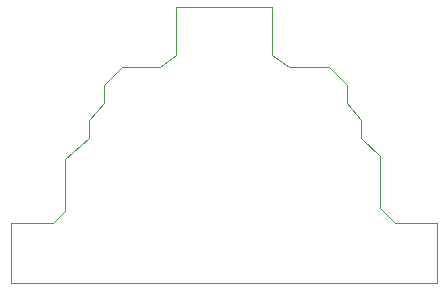
<source format=gm1>
%TF.GenerationSoftware,KiCad,Pcbnew,(5.1.6-0)*%
%TF.CreationDate,2021-12-12T18:28:57+01:00*%
%TF.ProjectId,ScsiTerm,53637369-5465-4726-9d2e-6b696361645f,rev?*%
%TF.SameCoordinates,Original*%
%TF.FileFunction,Profile,NP*%
%FSLAX46Y46*%
G04 Gerber Fmt 4.6, Leading zero omitted, Abs format (unit mm)*
G04 Created by KiCad (PCBNEW (5.1.6-0)) date 2021-12-12 18:28:57*
%MOMM*%
%LPD*%
G01*
G04 APERTURE LIST*
%TA.AperFunction,Profile*%
%ADD10C,0.100000*%
%TD*%
G04 APERTURE END LIST*
D10*
X156210000Y-45720000D02*
X156210000Y-49784000D01*
X148082000Y-45720000D02*
X156210000Y-45720000D01*
X148082000Y-49784000D02*
X148082000Y-45720000D01*
X146685000Y-50800000D02*
X148082000Y-49784000D01*
X143510000Y-50800000D02*
X146685000Y-50800000D01*
X141986000Y-52324000D02*
X143510000Y-50800000D01*
X141986000Y-53848000D02*
X141986000Y-52324000D01*
X140716000Y-55245000D02*
X141986000Y-53848000D01*
X140716000Y-56769000D02*
X140716000Y-55245000D01*
X138684000Y-58547000D02*
X140716000Y-56769000D01*
X138684000Y-62992000D02*
X138684000Y-58547000D01*
X137668000Y-64008000D02*
X138684000Y-62992000D01*
X134112000Y-64008000D02*
X137668000Y-64008000D01*
X134112000Y-69088000D02*
X134112000Y-64008000D01*
X170180000Y-69088000D02*
X134112000Y-69088000D01*
X170180000Y-64008000D02*
X170180000Y-69088000D01*
X166624000Y-64008000D02*
X170180000Y-64008000D01*
X165354000Y-62738000D02*
X166624000Y-64008000D01*
X165354000Y-58293000D02*
X165354000Y-62738000D01*
X163703000Y-56769000D02*
X165354000Y-58293000D01*
X163703000Y-55245000D02*
X163703000Y-56769000D01*
X162560000Y-53848000D02*
X163703000Y-55245000D01*
X162560000Y-52324000D02*
X162560000Y-53848000D01*
X161036000Y-50800000D02*
X162560000Y-52324000D01*
X157607000Y-50800000D02*
X161036000Y-50800000D01*
X156210000Y-49784000D02*
X157607000Y-50800000D01*
M02*

</source>
